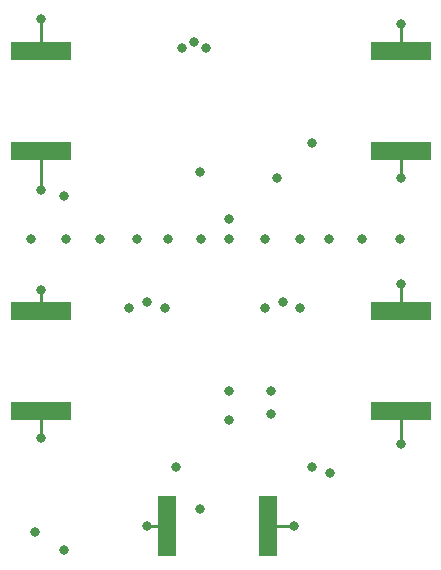
<source format=gbr>
G04 #@! TF.GenerationSoftware,KiCad,Pcbnew,5.1.6-c6e7f7d~87~ubuntu18.04.1*
G04 #@! TF.CreationDate,2021-01-12T05:29:31+00:00*
G04 #@! TF.ProjectId,amp,616d702e-6b69-4636-9164-5f7063625858,rev?*
G04 #@! TF.SameCoordinates,Original*
G04 #@! TF.FileFunction,Copper,L4,Bot*
G04 #@! TF.FilePolarity,Positive*
%FSLAX46Y46*%
G04 Gerber Fmt 4.6, Leading zero omitted, Abs format (unit mm)*
G04 Created by KiCad (PCBNEW 5.1.6-c6e7f7d~87~ubuntu18.04.1) date 2021-01-12 05:29:31*
%MOMM*%
%LPD*%
G01*
G04 APERTURE LIST*
G04 #@! TA.AperFunction,SMDPad,CuDef*
%ADD10R,5.080000X1.500000*%
G04 #@! TD*
G04 #@! TA.AperFunction,SMDPad,CuDef*
%ADD11R,1.500000X5.080000*%
G04 #@! TD*
G04 #@! TA.AperFunction,ViaPad*
%ADD12C,0.800000*%
G04 #@! TD*
G04 #@! TA.AperFunction,Conductor*
%ADD13C,0.250000*%
G04 #@! TD*
G04 APERTURE END LIST*
D10*
G04 #@! TO.P,J5,2*
G04 #@! TO.N,GND*
X153500000Y-96750000D03*
X153500000Y-105250000D03*
G04 #@! TD*
D11*
G04 #@! TO.P,J4,2*
G04 #@! TO.N,GND*
X142250000Y-115000000D03*
X133750000Y-115000000D03*
G04 #@! TD*
D10*
G04 #@! TO.P,J3,2*
G04 #@! TO.N,GND*
X153500000Y-74750000D03*
X153500000Y-83250000D03*
G04 #@! TD*
G04 #@! TO.P,J2,2*
G04 #@! TO.N,GND*
X123000000Y-105250000D03*
X123000000Y-96750000D03*
G04 #@! TD*
G04 #@! TO.P,J1,2*
G04 #@! TO.N,GND*
X123000000Y-83250000D03*
X123000000Y-74750000D03*
G04 #@! TD*
D12*
G04 #@! TO.N,GND*
X142000000Y-96500000D03*
X143500000Y-96000000D03*
X145000000Y-96500000D03*
X128000000Y-90700000D03*
X131200000Y-90700000D03*
X133800000Y-90700000D03*
X136600000Y-90700000D03*
X139000000Y-90700000D03*
X142000000Y-90700000D03*
X145000000Y-90700000D03*
X147400000Y-90700000D03*
X132000000Y-115000000D03*
X144500000Y-115000000D03*
X123000000Y-95000000D03*
X123000000Y-107500000D03*
X153500000Y-94500000D03*
X153500000Y-108000000D03*
X153500000Y-72500000D03*
X153500000Y-85500000D03*
X123000000Y-72000000D03*
X123000000Y-86500000D03*
X122200000Y-90700000D03*
X125200000Y-90700000D03*
X150200000Y-90700000D03*
X153400000Y-90700000D03*
X139000000Y-89000000D03*
X143000000Y-85500000D03*
X146000000Y-82500000D03*
X136500000Y-85000000D03*
X136000000Y-74000000D03*
X137000000Y-74500000D03*
X135000000Y-74500000D03*
X133500000Y-96500000D03*
X132000000Y-96000000D03*
X130500000Y-96500000D03*
X134500000Y-110000000D03*
X146000000Y-110000000D03*
X147500000Y-110500000D03*
X142500000Y-105500000D03*
X142500000Y-103500000D03*
X139000000Y-103500000D03*
X139000000Y-106000000D03*
G04 #@! TO.N,Net-(C11-Pad1)*
X125000000Y-117000000D03*
G04 #@! TO.N,+10V*
X125000000Y-87000000D03*
X136500000Y-113500000D03*
X122500000Y-115500000D03*
G04 #@! TD*
D13*
G04 #@! TO.N,GND*
X132000000Y-115000000D02*
X133750000Y-115000000D01*
X142250000Y-115000000D02*
X144500000Y-115000000D01*
X123000000Y-95000000D02*
X123000000Y-96750000D01*
X123000000Y-105250000D02*
X123000000Y-107500000D01*
X153500000Y-94500000D02*
X153500000Y-96750000D01*
X153500000Y-105250000D02*
X153500000Y-108000000D01*
X153500000Y-72500000D02*
X153500000Y-74750000D01*
X153500000Y-83250000D02*
X153500000Y-85500000D01*
X123000000Y-72000000D02*
X123000000Y-74750000D01*
X123000000Y-83250000D02*
X123000000Y-86500000D01*
G04 #@! TD*
M02*

</source>
